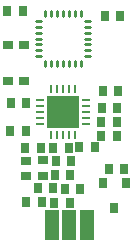
<source format=gtp>
G75*
%MOIN*%
%OFA0B0*%
%FSLAX25Y25*%
%IPPOS*%
%LPD*%
%AMOC8*
5,1,8,0,0,1.08239X$1,22.5*
%
%ADD10R,0.10630X0.10630*%
%ADD11R,0.02756X0.00984*%
%ADD12R,0.00984X0.02756*%
%ADD13R,0.02756X0.03543*%
%ADD14R,0.03543X0.02756*%
%ADD15R,0.03425X0.03071*%
%ADD16R,0.05000X0.10000*%
%ADD17R,0.03150X0.03543*%
%ADD18C,0.00886*%
D10*
X0095053Y0118829D03*
D11*
X0087297Y0118829D03*
X0087297Y0120797D03*
X0087297Y0122766D03*
X0087297Y0116860D03*
X0087297Y0114892D03*
X0102809Y0114892D03*
X0102809Y0116860D03*
X0102809Y0118829D03*
X0102809Y0120797D03*
X0102809Y0122766D03*
D12*
X0098990Y0126585D03*
X0097022Y0126585D03*
X0095053Y0126585D03*
X0093085Y0126585D03*
X0091116Y0126585D03*
X0091116Y0111073D03*
X0093085Y0111073D03*
X0095053Y0111073D03*
X0097022Y0111073D03*
X0098990Y0111073D03*
D13*
X0100430Y0107084D03*
X0096862Y0107035D03*
X0091744Y0107035D03*
X0087582Y0106747D03*
X0082464Y0106747D03*
X0082593Y0112427D03*
X0077474Y0112427D03*
X0077646Y0122022D03*
X0082764Y0122022D03*
X0107935Y0120075D03*
X0107760Y0115632D03*
X0107735Y0111009D03*
X0105548Y0107084D03*
X0112853Y0111009D03*
X0112878Y0115632D03*
X0113053Y0120075D03*
X0113316Y0125758D03*
X0108198Y0125758D03*
X0097668Y0102674D03*
X0092549Y0102674D03*
X0092378Y0097776D03*
X0091757Y0093393D03*
X0095528Y0093203D03*
X0100646Y0093203D03*
X0097496Y0097776D03*
X0086639Y0093393D03*
X0087859Y0088725D03*
X0082741Y0088725D03*
X0092103Y0088700D03*
X0097222Y0088700D03*
X0110191Y0100000D03*
X0115309Y0100000D03*
X0114022Y0150763D03*
X0108903Y0150763D03*
X0081559Y0152500D03*
X0076441Y0152500D03*
D14*
X0082800Y0102534D03*
X0088231Y0102822D03*
X0088231Y0097704D03*
X0082800Y0097416D03*
D15*
X0082159Y0129222D03*
X0076805Y0129222D03*
X0076805Y0141152D03*
X0082159Y0141152D03*
D16*
X0091450Y0081175D03*
X0097162Y0081225D03*
X0102850Y0081175D03*
D17*
X0112112Y0086944D03*
X0108372Y0095212D03*
X0115853Y0095212D03*
D18*
X0100890Y0134323D02*
X0100890Y0135898D01*
X0098921Y0135898D02*
X0098921Y0134323D01*
X0096953Y0134323D02*
X0096953Y0135898D01*
X0094984Y0135898D02*
X0094984Y0134323D01*
X0093016Y0134323D02*
X0093016Y0135898D01*
X0091047Y0135898D02*
X0091047Y0134323D01*
X0089079Y0134323D02*
X0089079Y0135898D01*
X0087504Y0137473D02*
X0085929Y0137473D01*
X0085929Y0139441D02*
X0087504Y0139441D01*
X0087504Y0141410D02*
X0085929Y0141410D01*
X0085929Y0143378D02*
X0087504Y0143378D01*
X0087504Y0145347D02*
X0085929Y0145347D01*
X0085929Y0147315D02*
X0087504Y0147315D01*
X0087504Y0149284D02*
X0085929Y0149284D01*
X0089079Y0150859D02*
X0089079Y0152433D01*
X0091047Y0152433D02*
X0091047Y0150859D01*
X0093016Y0150859D02*
X0093016Y0152433D01*
X0094984Y0152433D02*
X0094984Y0150859D01*
X0096953Y0150859D02*
X0096953Y0152433D01*
X0098921Y0152433D02*
X0098921Y0150859D01*
X0100890Y0150859D02*
X0100890Y0152433D01*
X0102465Y0149284D02*
X0104039Y0149284D01*
X0104039Y0147315D02*
X0102465Y0147315D01*
X0102465Y0145347D02*
X0104039Y0145347D01*
X0104039Y0143378D02*
X0102465Y0143378D01*
X0102465Y0141410D02*
X0104039Y0141410D01*
X0104039Y0139441D02*
X0102465Y0139441D01*
X0102465Y0137473D02*
X0104039Y0137473D01*
M02*

</source>
